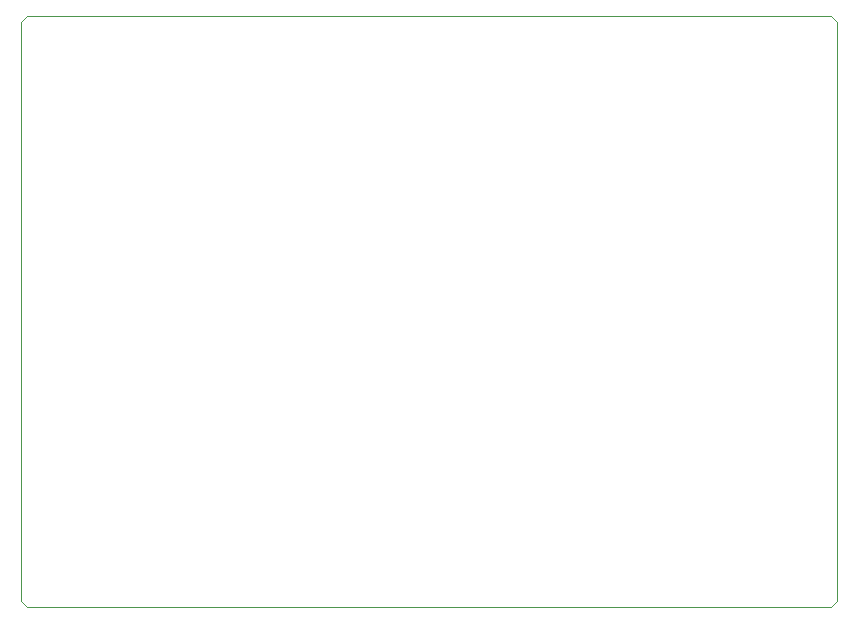
<source format=gbr>
%TF.GenerationSoftware,KiCad,Pcbnew,7.0.11-7.0.11~ubuntu22.04.1*%
%TF.CreationDate,2024-11-08T14:07:25-05:00*%
%TF.ProjectId,sub_rf_mod,7375625f-7266-45f6-9d6f-642e6b696361,rev?*%
%TF.SameCoordinates,Original*%
%TF.FileFunction,Legend,Bot*%
%TF.FilePolarity,Positive*%
%FSLAX46Y46*%
G04 Gerber Fmt 4.6, Leading zero omitted, Abs format (unit mm)*
G04 Created by KiCad (PCBNEW 7.0.11-7.0.11~ubuntu22.04.1) date 2024-11-08 14:07:25*
%MOMM*%
%LPD*%
G01*
G04 APERTURE LIST*
%TA.AperFunction,Profile*%
%ADD10C,0.100000*%
%TD*%
G04 APERTURE END LIST*
D10*
X186182000Y-112776000D02*
X186182000Y-63754000D01*
X185674000Y-113284000D02*
X186182000Y-112776000D01*
X117094000Y-112776000D02*
X117094000Y-63754000D01*
X117602000Y-63246000D02*
X117094000Y-63754000D01*
X117602000Y-63246000D02*
X185674000Y-63246000D01*
X117602000Y-113284000D02*
X185674000Y-113284000D01*
X117094000Y-112776000D02*
X117602000Y-113284000D01*
X185674000Y-63246000D02*
X186182000Y-63754000D01*
M02*

</source>
